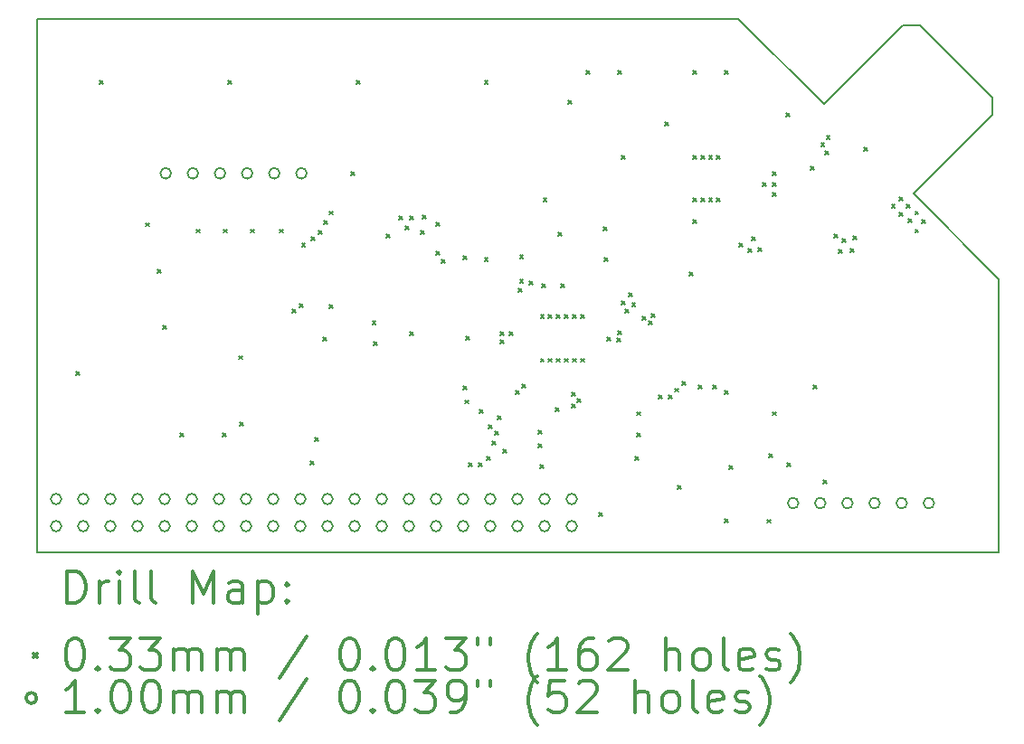
<source format=gbr>
%FSLAX45Y45*%
G04 Gerber Fmt 4.5, Leading zero omitted, Abs format (unit mm)*
G04 Created by KiCad (PCBNEW (5.0.1)-4) date 12/29/18 13:21:50*
%MOMM*%
%LPD*%
G01*
G04 APERTURE LIST*
%ADD10C,0.150000*%
%ADD11C,0.200000*%
%ADD12C,0.300000*%
G04 APERTURE END LIST*
D10*
X9860000Y-3800000D02*
X10600000Y-3060000D01*
X11440000Y-3740000D02*
X10760000Y-3060000D01*
X10600000Y-3060000D02*
X10760000Y-3060000D01*
X11440000Y-3900000D02*
X11440000Y-3740000D01*
X9860000Y-3800000D02*
X9060000Y-3000000D01*
X10700000Y-4640000D02*
X11440000Y-3900000D01*
X11500000Y-5440000D02*
X10700000Y-4640000D01*
X2500000Y-8000000D02*
X2500000Y-3000000D01*
X11500000Y-8000000D02*
X2500000Y-8000000D01*
X11500000Y-5440000D02*
X11500000Y-8000000D01*
X2500000Y-3000000D02*
X9060000Y-3000000D01*
D11*
X2858490Y-6308490D02*
X2891510Y-6341510D01*
X2891510Y-6308490D02*
X2858490Y-6341510D01*
X3083490Y-3583490D02*
X3116510Y-3616510D01*
X3116510Y-3583490D02*
X3083490Y-3616510D01*
X3513490Y-4913490D02*
X3546510Y-4946510D01*
X3546510Y-4913490D02*
X3513490Y-4946510D01*
X3623490Y-5353490D02*
X3656510Y-5386510D01*
X3656510Y-5353490D02*
X3623490Y-5386510D01*
X3673490Y-5873490D02*
X3706510Y-5906510D01*
X3706510Y-5873490D02*
X3673490Y-5906510D01*
X3833490Y-6883490D02*
X3866510Y-6916510D01*
X3866510Y-6883490D02*
X3833490Y-6916510D01*
X3983490Y-4973490D02*
X4016510Y-5006510D01*
X4016510Y-4973490D02*
X3983490Y-5006510D01*
X4233490Y-6883490D02*
X4266510Y-6916510D01*
X4266510Y-6883490D02*
X4233490Y-6916510D01*
X4243490Y-4973490D02*
X4276510Y-5006510D01*
X4276510Y-4973490D02*
X4243490Y-5006510D01*
X4283490Y-3583490D02*
X4316510Y-3616510D01*
X4316510Y-3583490D02*
X4283490Y-3616510D01*
X4383490Y-6158490D02*
X4416510Y-6191510D01*
X4416510Y-6158490D02*
X4383490Y-6191510D01*
X4393480Y-6783490D02*
X4426500Y-6816510D01*
X4426500Y-6783490D02*
X4393480Y-6816510D01*
X4493490Y-4973490D02*
X4526510Y-5006510D01*
X4526510Y-4973490D02*
X4493490Y-5006510D01*
X4763490Y-4973490D02*
X4796510Y-5006510D01*
X4796510Y-4973490D02*
X4763490Y-5006510D01*
X4886434Y-5723782D02*
X4919454Y-5756802D01*
X4919454Y-5723782D02*
X4886434Y-5756802D01*
X4953490Y-5673490D02*
X4986510Y-5706510D01*
X4986510Y-5673490D02*
X4953490Y-5706510D01*
X4973490Y-5103490D02*
X5006510Y-5136510D01*
X5006510Y-5103490D02*
X4973490Y-5136510D01*
X5053490Y-7143490D02*
X5086510Y-7176510D01*
X5086510Y-7143490D02*
X5053490Y-7176510D01*
X5063490Y-5043490D02*
X5096510Y-5076510D01*
X5096510Y-5043490D02*
X5063490Y-5076510D01*
X5093490Y-6923490D02*
X5126510Y-6956510D01*
X5126510Y-6923490D02*
X5093490Y-6956510D01*
X5133490Y-4983490D02*
X5166510Y-5016510D01*
X5166510Y-4983490D02*
X5133490Y-5016510D01*
X5173490Y-5983490D02*
X5206510Y-6016510D01*
X5206510Y-5983490D02*
X5173490Y-6016510D01*
X5183490Y-4893490D02*
X5216510Y-4926510D01*
X5216510Y-4893490D02*
X5183490Y-4926510D01*
X5233490Y-4803490D02*
X5266510Y-4836510D01*
X5266510Y-4803490D02*
X5233490Y-4836510D01*
X5233490Y-5683490D02*
X5266510Y-5716510D01*
X5266510Y-5683490D02*
X5233490Y-5716510D01*
X5433490Y-4433490D02*
X5466510Y-4466510D01*
X5466510Y-4433490D02*
X5433490Y-4466510D01*
X5483490Y-3583490D02*
X5516510Y-3616510D01*
X5516510Y-3583490D02*
X5483490Y-3616510D01*
X5633490Y-5833490D02*
X5666510Y-5866510D01*
X5666510Y-5833490D02*
X5633490Y-5866510D01*
X5643490Y-6023490D02*
X5676510Y-6056510D01*
X5676510Y-6023490D02*
X5643490Y-6056510D01*
X5763490Y-5023020D02*
X5796510Y-5056040D01*
X5796510Y-5023020D02*
X5763490Y-5056040D01*
X5883490Y-4853490D02*
X5916510Y-4886510D01*
X5916510Y-4853490D02*
X5883490Y-4886510D01*
X5943490Y-4943490D02*
X5976510Y-4976510D01*
X5976510Y-4943490D02*
X5943490Y-4976510D01*
X5983490Y-4853490D02*
X6016510Y-4886510D01*
X6016510Y-4853490D02*
X5983490Y-4886510D01*
X5983490Y-5933490D02*
X6016510Y-5966510D01*
X6016510Y-5933490D02*
X5983490Y-5966510D01*
X6083490Y-4983490D02*
X6116510Y-5016510D01*
X6116510Y-4983490D02*
X6083490Y-5016510D01*
X6103490Y-4843490D02*
X6136510Y-4876510D01*
X6136510Y-4843490D02*
X6103490Y-4876510D01*
X6233490Y-4908490D02*
X6266510Y-4941510D01*
X6266510Y-4908490D02*
X6233490Y-4941510D01*
X6233490Y-5183490D02*
X6266510Y-5216510D01*
X6266510Y-5183490D02*
X6233490Y-5216510D01*
X6283490Y-5253490D02*
X6316510Y-5286510D01*
X6316510Y-5253490D02*
X6283490Y-5286510D01*
X6483490Y-5223490D02*
X6516510Y-5256510D01*
X6516510Y-5223490D02*
X6483490Y-5256510D01*
X6483490Y-6443490D02*
X6516510Y-6476510D01*
X6516510Y-6443490D02*
X6483490Y-6476510D01*
X6503490Y-6573490D02*
X6536510Y-6606510D01*
X6536510Y-6573490D02*
X6503490Y-6606510D01*
X6513490Y-5973490D02*
X6546510Y-6006510D01*
X6546510Y-5973490D02*
X6513490Y-6006510D01*
X6533490Y-7163490D02*
X6566510Y-7196510D01*
X6566510Y-7163490D02*
X6533490Y-7196510D01*
X6628519Y-7160640D02*
X6661539Y-7193660D01*
X6661539Y-7160640D02*
X6628519Y-7193660D01*
X6633490Y-6663490D02*
X6666510Y-6696510D01*
X6666510Y-6663490D02*
X6633490Y-6696510D01*
X6683490Y-3583490D02*
X6716510Y-3616510D01*
X6716510Y-3583490D02*
X6683490Y-3616510D01*
X6683490Y-5243490D02*
X6716510Y-5276510D01*
X6716510Y-5243490D02*
X6683490Y-5276510D01*
X6703490Y-7103490D02*
X6736510Y-7136510D01*
X6736510Y-7103490D02*
X6703490Y-7136510D01*
X6723490Y-6803490D02*
X6756510Y-6836510D01*
X6756510Y-6803490D02*
X6723490Y-6836510D01*
X6758490Y-6958490D02*
X6791510Y-6991510D01*
X6791510Y-6958490D02*
X6758490Y-6991510D01*
X6783490Y-6863490D02*
X6816510Y-6896510D01*
X6816510Y-6863490D02*
X6783490Y-6896510D01*
X6803490Y-6723490D02*
X6836510Y-6756510D01*
X6836510Y-6723490D02*
X6803490Y-6756510D01*
X6833490Y-5933490D02*
X6866510Y-5966510D01*
X6866510Y-5933490D02*
X6833490Y-5966510D01*
X6833490Y-6013490D02*
X6866510Y-6046510D01*
X6866510Y-6013490D02*
X6833490Y-6046510D01*
X6858490Y-7033490D02*
X6891510Y-7066510D01*
X6891510Y-7033490D02*
X6858490Y-7066510D01*
X6913490Y-5933490D02*
X6946510Y-5966510D01*
X6946510Y-5933490D02*
X6913490Y-5966510D01*
X6973490Y-6483490D02*
X7006510Y-6516510D01*
X7006510Y-6483490D02*
X6973490Y-6516510D01*
X6998490Y-5529740D02*
X7031510Y-5562760D01*
X7031510Y-5529740D02*
X6998490Y-5562760D01*
X7013490Y-5213490D02*
X7046510Y-5246510D01*
X7046510Y-5213490D02*
X7013490Y-5246510D01*
X7013490Y-5443490D02*
X7046510Y-5476510D01*
X7046510Y-5443490D02*
X7013490Y-5476510D01*
X7033490Y-6423490D02*
X7066510Y-6456510D01*
X7066510Y-6423490D02*
X7033490Y-6456510D01*
X7103490Y-5463490D02*
X7136510Y-5496510D01*
X7136510Y-5463490D02*
X7103490Y-5496510D01*
X7183490Y-6858490D02*
X7216510Y-6891510D01*
X7216510Y-6858490D02*
X7183490Y-6891510D01*
X7183490Y-6983490D02*
X7216510Y-7016510D01*
X7216510Y-6983490D02*
X7183490Y-7016510D01*
X7203490Y-7178490D02*
X7236510Y-7211510D01*
X7236510Y-7178490D02*
X7203490Y-7211510D01*
X7208490Y-5773490D02*
X7241510Y-5806510D01*
X7241510Y-5773490D02*
X7208490Y-5806510D01*
X7208490Y-6183490D02*
X7241510Y-6216510D01*
X7241510Y-6183490D02*
X7208490Y-6216510D01*
X7223490Y-5483490D02*
X7256510Y-5516510D01*
X7256510Y-5483490D02*
X7223490Y-5516510D01*
X7233490Y-4683490D02*
X7266510Y-4716510D01*
X7266510Y-4683490D02*
X7233490Y-4716510D01*
X7283490Y-5773490D02*
X7316510Y-5806510D01*
X7316510Y-5773490D02*
X7283490Y-5806510D01*
X7283490Y-6183490D02*
X7316510Y-6216510D01*
X7316510Y-6183490D02*
X7283490Y-6216510D01*
X7348490Y-6643490D02*
X7381510Y-6676510D01*
X7381510Y-6643490D02*
X7348490Y-6676510D01*
X7358490Y-5773490D02*
X7391510Y-5806510D01*
X7391510Y-5773490D02*
X7358490Y-5806510D01*
X7358490Y-6183490D02*
X7391510Y-6216510D01*
X7391510Y-6183490D02*
X7358490Y-6216510D01*
X7373490Y-5003490D02*
X7406510Y-5036510D01*
X7406510Y-5003490D02*
X7373490Y-5036510D01*
X7399890Y-5482846D02*
X7432910Y-5515866D01*
X7432910Y-5482846D02*
X7399890Y-5515866D01*
X7433490Y-5773490D02*
X7466510Y-5806510D01*
X7466510Y-5773490D02*
X7433490Y-5806510D01*
X7433490Y-6183490D02*
X7466510Y-6216510D01*
X7466510Y-6183490D02*
X7433490Y-6216510D01*
X7463490Y-3763490D02*
X7496510Y-3796510D01*
X7496510Y-3763490D02*
X7463490Y-3796510D01*
X7503490Y-6503490D02*
X7536510Y-6536510D01*
X7536510Y-6503490D02*
X7503490Y-6536510D01*
X7503490Y-6613490D02*
X7536510Y-6646510D01*
X7536510Y-6613490D02*
X7503490Y-6646510D01*
X7508490Y-5773490D02*
X7541510Y-5806510D01*
X7541510Y-5773490D02*
X7508490Y-5806510D01*
X7508490Y-6183490D02*
X7541510Y-6216510D01*
X7541510Y-6183490D02*
X7508490Y-6216510D01*
X7548490Y-6558490D02*
X7581510Y-6591510D01*
X7581510Y-6558490D02*
X7548490Y-6591510D01*
X7583490Y-5773490D02*
X7616510Y-5806510D01*
X7616510Y-5773490D02*
X7583490Y-5806510D01*
X7583490Y-6183490D02*
X7616510Y-6216510D01*
X7616510Y-6183490D02*
X7583490Y-6216510D01*
X7633490Y-3483490D02*
X7666510Y-3516510D01*
X7666510Y-3483490D02*
X7633490Y-3516510D01*
X7756490Y-7624490D02*
X7789510Y-7657510D01*
X7789510Y-7624490D02*
X7756490Y-7657510D01*
X7793490Y-4953490D02*
X7826510Y-4986510D01*
X7826510Y-4953490D02*
X7793490Y-4986510D01*
X7803490Y-5243490D02*
X7836510Y-5276510D01*
X7836510Y-5243490D02*
X7803490Y-5276510D01*
X7833490Y-5983490D02*
X7866510Y-6016510D01*
X7866510Y-5983490D02*
X7833490Y-6016510D01*
X7923490Y-5993490D02*
X7956510Y-6026510D01*
X7956510Y-5993490D02*
X7923490Y-6026510D01*
X7933490Y-3483490D02*
X7966510Y-3516510D01*
X7966510Y-3483490D02*
X7933490Y-3516510D01*
X7933490Y-5923490D02*
X7966510Y-5956510D01*
X7966510Y-5923490D02*
X7933490Y-5956510D01*
X7963490Y-4283490D02*
X7996510Y-4316510D01*
X7996510Y-4283490D02*
X7963490Y-4316510D01*
X7963490Y-5643490D02*
X7996510Y-5676510D01*
X7996510Y-5643490D02*
X7963490Y-5676510D01*
X8003490Y-5723490D02*
X8036510Y-5756510D01*
X8036510Y-5723490D02*
X8003490Y-5756510D01*
X8033490Y-5573490D02*
X8066510Y-5606510D01*
X8066510Y-5573490D02*
X8033490Y-5606510D01*
X8063490Y-5663490D02*
X8096510Y-5696510D01*
X8096510Y-5663490D02*
X8063490Y-5696510D01*
X8093490Y-7103490D02*
X8126510Y-7136510D01*
X8126510Y-7103490D02*
X8093490Y-7136510D01*
X8113490Y-6683490D02*
X8146510Y-6716510D01*
X8146510Y-6683490D02*
X8113490Y-6716510D01*
X8113490Y-6883490D02*
X8146510Y-6916510D01*
X8146510Y-6883490D02*
X8113490Y-6916510D01*
X8163490Y-5793490D02*
X8196510Y-5826510D01*
X8196510Y-5793490D02*
X8163490Y-5826510D01*
X8223490Y-5833490D02*
X8256510Y-5866510D01*
X8256510Y-5833490D02*
X8223490Y-5866510D01*
X8243490Y-5763490D02*
X8276510Y-5796510D01*
X8276510Y-5763490D02*
X8243490Y-5796510D01*
X8313490Y-6523490D02*
X8346510Y-6556510D01*
X8346510Y-6523490D02*
X8313490Y-6556510D01*
X8373490Y-3973490D02*
X8406510Y-4006510D01*
X8406510Y-3973490D02*
X8373490Y-4006510D01*
X8403490Y-6523490D02*
X8436510Y-6556510D01*
X8436510Y-6523490D02*
X8403490Y-6556510D01*
X8463490Y-6463490D02*
X8496510Y-6496510D01*
X8496510Y-6463490D02*
X8463490Y-6496510D01*
X8493490Y-7373490D02*
X8526510Y-7406510D01*
X8526510Y-7373490D02*
X8493490Y-7406510D01*
X8533490Y-6403490D02*
X8566510Y-6436510D01*
X8566510Y-6403490D02*
X8533490Y-6436510D01*
X8598490Y-5373490D02*
X8631510Y-5406510D01*
X8631510Y-5373490D02*
X8598490Y-5406510D01*
X8633490Y-3483490D02*
X8666510Y-3516510D01*
X8666510Y-3483490D02*
X8633490Y-3516510D01*
X8633490Y-4283490D02*
X8666510Y-4316510D01*
X8666510Y-4283490D02*
X8633490Y-4316510D01*
X8633490Y-4683490D02*
X8666510Y-4716510D01*
X8666510Y-4683490D02*
X8633490Y-4716510D01*
X8633490Y-4883490D02*
X8666510Y-4916510D01*
X8666510Y-4883490D02*
X8633490Y-4916510D01*
X8683490Y-6433490D02*
X8716510Y-6466510D01*
X8716510Y-6433490D02*
X8683490Y-6466510D01*
X8708490Y-4283490D02*
X8741510Y-4316510D01*
X8741510Y-4283490D02*
X8708490Y-4316510D01*
X8708490Y-4683490D02*
X8741510Y-4716510D01*
X8741510Y-4683490D02*
X8708490Y-4716510D01*
X8783490Y-4283490D02*
X8816510Y-4316510D01*
X8816510Y-4283490D02*
X8783490Y-4316510D01*
X8783490Y-4683490D02*
X8816510Y-4716510D01*
X8816510Y-4683490D02*
X8783490Y-4716510D01*
X8823490Y-6433490D02*
X8856510Y-6466510D01*
X8856510Y-6433490D02*
X8823490Y-6466510D01*
X8858490Y-4283490D02*
X8891510Y-4316510D01*
X8891510Y-4283490D02*
X8858490Y-4316510D01*
X8858490Y-4683490D02*
X8891510Y-4716510D01*
X8891510Y-4683490D02*
X8858490Y-4716510D01*
X8933490Y-3483490D02*
X8966510Y-3516510D01*
X8966510Y-3483490D02*
X8933490Y-3516510D01*
X8933490Y-6483490D02*
X8966510Y-6516510D01*
X8966510Y-6483490D02*
X8933490Y-6516510D01*
X8933490Y-7683490D02*
X8966510Y-7716510D01*
X8966510Y-7683490D02*
X8933490Y-7716510D01*
X8973490Y-7183490D02*
X9006510Y-7216510D01*
X9006510Y-7183490D02*
X8973490Y-7216510D01*
X9063490Y-5103490D02*
X9096510Y-5136510D01*
X9096510Y-5103490D02*
X9063490Y-5136510D01*
X9153079Y-5153079D02*
X9186099Y-5186099D01*
X9186099Y-5153079D02*
X9153079Y-5186099D01*
X9183490Y-5043490D02*
X9216510Y-5076510D01*
X9216510Y-5043490D02*
X9183490Y-5076510D01*
X9243490Y-5143490D02*
X9276510Y-5176510D01*
X9276510Y-5143490D02*
X9243490Y-5176510D01*
X9283490Y-4533490D02*
X9316510Y-4566510D01*
X9316510Y-4533490D02*
X9283490Y-4566510D01*
X9328490Y-7690990D02*
X9361510Y-7724010D01*
X9361510Y-7690990D02*
X9328490Y-7724010D01*
X9343490Y-7073490D02*
X9376510Y-7106510D01*
X9376510Y-7073490D02*
X9343490Y-7106510D01*
X9383490Y-4433490D02*
X9416510Y-4466510D01*
X9416510Y-4433490D02*
X9383490Y-4466510D01*
X9383490Y-4533490D02*
X9416510Y-4566510D01*
X9416510Y-4533490D02*
X9383490Y-4566510D01*
X9383490Y-4633490D02*
X9416510Y-4666510D01*
X9416510Y-4633490D02*
X9383490Y-4666510D01*
X9383490Y-6683490D02*
X9416510Y-6716510D01*
X9416510Y-6683490D02*
X9383490Y-6716510D01*
X9508490Y-3883490D02*
X9541510Y-3916510D01*
X9541510Y-3883490D02*
X9508490Y-3916510D01*
X9513490Y-7158490D02*
X9546510Y-7191510D01*
X9546510Y-7158490D02*
X9513490Y-7191510D01*
X9733490Y-4383490D02*
X9766510Y-4416510D01*
X9766510Y-4383490D02*
X9733490Y-4416510D01*
X9763490Y-6433490D02*
X9796510Y-6466510D01*
X9796510Y-6433490D02*
X9763490Y-6466510D01*
X9833490Y-4163490D02*
X9866510Y-4196510D01*
X9866510Y-4163490D02*
X9833490Y-4196510D01*
X9855990Y-7323490D02*
X9889010Y-7356510D01*
X9889010Y-7323490D02*
X9855990Y-7356510D01*
X9873490Y-4243490D02*
X9906510Y-4276510D01*
X9906510Y-4243490D02*
X9873490Y-4276510D01*
X9883490Y-4093490D02*
X9916510Y-4126510D01*
X9916510Y-4093490D02*
X9883490Y-4126510D01*
X9953490Y-5023490D02*
X9986510Y-5056510D01*
X9986510Y-5023490D02*
X9953490Y-5056510D01*
X9998490Y-5163490D02*
X10031510Y-5196510D01*
X10031510Y-5163490D02*
X9998490Y-5196510D01*
X10033490Y-5063490D02*
X10066510Y-5096510D01*
X10066510Y-5063490D02*
X10033490Y-5096510D01*
X10108490Y-5158490D02*
X10141510Y-5191510D01*
X10141510Y-5158490D02*
X10108490Y-5191510D01*
X10133490Y-5033490D02*
X10166510Y-5066510D01*
X10166510Y-5033490D02*
X10133490Y-5066510D01*
X10233490Y-4203490D02*
X10266510Y-4236510D01*
X10266510Y-4203490D02*
X10233490Y-4236510D01*
X10493490Y-4743490D02*
X10526510Y-4776510D01*
X10526510Y-4743490D02*
X10493490Y-4776510D01*
X10563490Y-4673490D02*
X10596510Y-4706510D01*
X10596510Y-4673490D02*
X10563490Y-4706510D01*
X10563490Y-4813490D02*
X10596510Y-4846510D01*
X10596510Y-4813490D02*
X10563490Y-4846510D01*
X10633490Y-4743490D02*
X10666510Y-4776510D01*
X10666510Y-4743490D02*
X10633490Y-4776510D01*
X10653490Y-4873490D02*
X10686510Y-4906510D01*
X10686510Y-4873490D02*
X10653490Y-4906510D01*
X10713490Y-4803490D02*
X10746510Y-4836510D01*
X10746510Y-4803490D02*
X10713490Y-4836510D01*
X10713490Y-4973490D02*
X10746510Y-5006510D01*
X10746510Y-4973490D02*
X10713490Y-5006510D01*
X10773490Y-4883490D02*
X10806510Y-4916510D01*
X10806510Y-4883490D02*
X10773490Y-4916510D01*
X3750000Y-4450000D02*
G75*
G03X3750000Y-4450000I-50000J0D01*
G01*
X4004000Y-4450000D02*
G75*
G03X4004000Y-4450000I-50000J0D01*
G01*
X4258000Y-4450000D02*
G75*
G03X4258000Y-4450000I-50000J0D01*
G01*
X4512000Y-4450000D02*
G75*
G03X4512000Y-4450000I-50000J0D01*
G01*
X4766000Y-4450000D02*
G75*
G03X4766000Y-4450000I-50000J0D01*
G01*
X5020000Y-4450000D02*
G75*
G03X5020000Y-4450000I-50000J0D01*
G01*
X9623000Y-7538000D02*
G75*
G03X9623000Y-7538000I-50000J0D01*
G01*
X9877000Y-7538000D02*
G75*
G03X9877000Y-7538000I-50000J0D01*
G01*
X10131000Y-7538000D02*
G75*
G03X10131000Y-7538000I-50000J0D01*
G01*
X10385000Y-7538000D02*
G75*
G03X10385000Y-7538000I-50000J0D01*
G01*
X10639000Y-7538000D02*
G75*
G03X10639000Y-7538000I-50000J0D01*
G01*
X10893000Y-7538000D02*
G75*
G03X10893000Y-7538000I-50000J0D01*
G01*
X2724000Y-7500000D02*
G75*
G03X2724000Y-7500000I-50000J0D01*
G01*
X2724000Y-7754000D02*
G75*
G03X2724000Y-7754000I-50000J0D01*
G01*
X2978000Y-7500000D02*
G75*
G03X2978000Y-7500000I-50000J0D01*
G01*
X2978000Y-7754000D02*
G75*
G03X2978000Y-7754000I-50000J0D01*
G01*
X3232000Y-7500000D02*
G75*
G03X3232000Y-7500000I-50000J0D01*
G01*
X3232000Y-7754000D02*
G75*
G03X3232000Y-7754000I-50000J0D01*
G01*
X3486000Y-7500000D02*
G75*
G03X3486000Y-7500000I-50000J0D01*
G01*
X3486000Y-7754000D02*
G75*
G03X3486000Y-7754000I-50000J0D01*
G01*
X3740000Y-7500000D02*
G75*
G03X3740000Y-7500000I-50000J0D01*
G01*
X3740000Y-7754000D02*
G75*
G03X3740000Y-7754000I-50000J0D01*
G01*
X3994000Y-7500000D02*
G75*
G03X3994000Y-7500000I-50000J0D01*
G01*
X3994000Y-7754000D02*
G75*
G03X3994000Y-7754000I-50000J0D01*
G01*
X4248000Y-7500000D02*
G75*
G03X4248000Y-7500000I-50000J0D01*
G01*
X4248000Y-7754000D02*
G75*
G03X4248000Y-7754000I-50000J0D01*
G01*
X4502000Y-7500000D02*
G75*
G03X4502000Y-7500000I-50000J0D01*
G01*
X4502000Y-7754000D02*
G75*
G03X4502000Y-7754000I-50000J0D01*
G01*
X4756000Y-7500000D02*
G75*
G03X4756000Y-7500000I-50000J0D01*
G01*
X4756000Y-7754000D02*
G75*
G03X4756000Y-7754000I-50000J0D01*
G01*
X5010000Y-7500000D02*
G75*
G03X5010000Y-7500000I-50000J0D01*
G01*
X5010000Y-7754000D02*
G75*
G03X5010000Y-7754000I-50000J0D01*
G01*
X5264000Y-7500000D02*
G75*
G03X5264000Y-7500000I-50000J0D01*
G01*
X5264000Y-7754000D02*
G75*
G03X5264000Y-7754000I-50000J0D01*
G01*
X5518000Y-7500000D02*
G75*
G03X5518000Y-7500000I-50000J0D01*
G01*
X5518000Y-7754000D02*
G75*
G03X5518000Y-7754000I-50000J0D01*
G01*
X5772000Y-7500000D02*
G75*
G03X5772000Y-7500000I-50000J0D01*
G01*
X5772000Y-7754000D02*
G75*
G03X5772000Y-7754000I-50000J0D01*
G01*
X6026000Y-7500000D02*
G75*
G03X6026000Y-7500000I-50000J0D01*
G01*
X6026000Y-7754000D02*
G75*
G03X6026000Y-7754000I-50000J0D01*
G01*
X6280000Y-7500000D02*
G75*
G03X6280000Y-7500000I-50000J0D01*
G01*
X6280000Y-7754000D02*
G75*
G03X6280000Y-7754000I-50000J0D01*
G01*
X6534000Y-7500000D02*
G75*
G03X6534000Y-7500000I-50000J0D01*
G01*
X6534000Y-7754000D02*
G75*
G03X6534000Y-7754000I-50000J0D01*
G01*
X6788000Y-7500000D02*
G75*
G03X6788000Y-7500000I-50000J0D01*
G01*
X6788000Y-7754000D02*
G75*
G03X6788000Y-7754000I-50000J0D01*
G01*
X7042000Y-7500000D02*
G75*
G03X7042000Y-7500000I-50000J0D01*
G01*
X7042000Y-7754000D02*
G75*
G03X7042000Y-7754000I-50000J0D01*
G01*
X7296000Y-7500000D02*
G75*
G03X7296000Y-7500000I-50000J0D01*
G01*
X7296000Y-7754000D02*
G75*
G03X7296000Y-7754000I-50000J0D01*
G01*
X7550000Y-7500000D02*
G75*
G03X7550000Y-7500000I-50000J0D01*
G01*
X7550000Y-7754000D02*
G75*
G03X7550000Y-7754000I-50000J0D01*
G01*
D12*
X2778928Y-8473214D02*
X2778928Y-8173214D01*
X2850357Y-8173214D01*
X2893214Y-8187500D01*
X2921786Y-8216071D01*
X2936071Y-8244643D01*
X2950357Y-8301786D01*
X2950357Y-8344643D01*
X2936071Y-8401786D01*
X2921786Y-8430357D01*
X2893214Y-8458929D01*
X2850357Y-8473214D01*
X2778928Y-8473214D01*
X3078928Y-8473214D02*
X3078928Y-8273214D01*
X3078928Y-8330357D02*
X3093214Y-8301786D01*
X3107500Y-8287500D01*
X3136071Y-8273214D01*
X3164643Y-8273214D01*
X3264643Y-8473214D02*
X3264643Y-8273214D01*
X3264643Y-8173214D02*
X3250357Y-8187500D01*
X3264643Y-8201786D01*
X3278928Y-8187500D01*
X3264643Y-8173214D01*
X3264643Y-8201786D01*
X3450357Y-8473214D02*
X3421786Y-8458929D01*
X3407500Y-8430357D01*
X3407500Y-8173214D01*
X3607500Y-8473214D02*
X3578928Y-8458929D01*
X3564643Y-8430357D01*
X3564643Y-8173214D01*
X3950357Y-8473214D02*
X3950357Y-8173214D01*
X4050357Y-8387500D01*
X4150357Y-8173214D01*
X4150357Y-8473214D01*
X4421786Y-8473214D02*
X4421786Y-8316071D01*
X4407500Y-8287500D01*
X4378928Y-8273214D01*
X4321786Y-8273214D01*
X4293214Y-8287500D01*
X4421786Y-8458929D02*
X4393214Y-8473214D01*
X4321786Y-8473214D01*
X4293214Y-8458929D01*
X4278928Y-8430357D01*
X4278928Y-8401786D01*
X4293214Y-8373214D01*
X4321786Y-8358929D01*
X4393214Y-8358929D01*
X4421786Y-8344643D01*
X4564643Y-8273214D02*
X4564643Y-8573214D01*
X4564643Y-8287500D02*
X4593214Y-8273214D01*
X4650357Y-8273214D01*
X4678928Y-8287500D01*
X4693214Y-8301786D01*
X4707500Y-8330357D01*
X4707500Y-8416072D01*
X4693214Y-8444643D01*
X4678928Y-8458929D01*
X4650357Y-8473214D01*
X4593214Y-8473214D01*
X4564643Y-8458929D01*
X4836071Y-8444643D02*
X4850357Y-8458929D01*
X4836071Y-8473214D01*
X4821786Y-8458929D01*
X4836071Y-8444643D01*
X4836071Y-8473214D01*
X4836071Y-8287500D02*
X4850357Y-8301786D01*
X4836071Y-8316071D01*
X4821786Y-8301786D01*
X4836071Y-8287500D01*
X4836071Y-8316071D01*
X2459480Y-8950990D02*
X2492500Y-8984010D01*
X2492500Y-8950990D02*
X2459480Y-8984010D01*
X2836071Y-8803214D02*
X2864643Y-8803214D01*
X2893214Y-8817500D01*
X2907500Y-8831786D01*
X2921786Y-8860357D01*
X2936071Y-8917500D01*
X2936071Y-8988929D01*
X2921786Y-9046072D01*
X2907500Y-9074643D01*
X2893214Y-9088929D01*
X2864643Y-9103214D01*
X2836071Y-9103214D01*
X2807500Y-9088929D01*
X2793214Y-9074643D01*
X2778928Y-9046072D01*
X2764643Y-8988929D01*
X2764643Y-8917500D01*
X2778928Y-8860357D01*
X2793214Y-8831786D01*
X2807500Y-8817500D01*
X2836071Y-8803214D01*
X3064643Y-9074643D02*
X3078928Y-9088929D01*
X3064643Y-9103214D01*
X3050357Y-9088929D01*
X3064643Y-9074643D01*
X3064643Y-9103214D01*
X3178928Y-8803214D02*
X3364643Y-8803214D01*
X3264643Y-8917500D01*
X3307500Y-8917500D01*
X3336071Y-8931786D01*
X3350357Y-8946072D01*
X3364643Y-8974643D01*
X3364643Y-9046072D01*
X3350357Y-9074643D01*
X3336071Y-9088929D01*
X3307500Y-9103214D01*
X3221786Y-9103214D01*
X3193214Y-9088929D01*
X3178928Y-9074643D01*
X3464643Y-8803214D02*
X3650357Y-8803214D01*
X3550357Y-8917500D01*
X3593214Y-8917500D01*
X3621786Y-8931786D01*
X3636071Y-8946072D01*
X3650357Y-8974643D01*
X3650357Y-9046072D01*
X3636071Y-9074643D01*
X3621786Y-9088929D01*
X3593214Y-9103214D01*
X3507500Y-9103214D01*
X3478928Y-9088929D01*
X3464643Y-9074643D01*
X3778928Y-9103214D02*
X3778928Y-8903214D01*
X3778928Y-8931786D02*
X3793214Y-8917500D01*
X3821786Y-8903214D01*
X3864643Y-8903214D01*
X3893214Y-8917500D01*
X3907500Y-8946072D01*
X3907500Y-9103214D01*
X3907500Y-8946072D02*
X3921786Y-8917500D01*
X3950357Y-8903214D01*
X3993214Y-8903214D01*
X4021786Y-8917500D01*
X4036071Y-8946072D01*
X4036071Y-9103214D01*
X4178928Y-9103214D02*
X4178928Y-8903214D01*
X4178928Y-8931786D02*
X4193214Y-8917500D01*
X4221786Y-8903214D01*
X4264643Y-8903214D01*
X4293214Y-8917500D01*
X4307500Y-8946072D01*
X4307500Y-9103214D01*
X4307500Y-8946072D02*
X4321786Y-8917500D01*
X4350357Y-8903214D01*
X4393214Y-8903214D01*
X4421786Y-8917500D01*
X4436071Y-8946072D01*
X4436071Y-9103214D01*
X5021786Y-8788929D02*
X4764643Y-9174643D01*
X5407500Y-8803214D02*
X5436071Y-8803214D01*
X5464643Y-8817500D01*
X5478928Y-8831786D01*
X5493214Y-8860357D01*
X5507500Y-8917500D01*
X5507500Y-8988929D01*
X5493214Y-9046072D01*
X5478928Y-9074643D01*
X5464643Y-9088929D01*
X5436071Y-9103214D01*
X5407500Y-9103214D01*
X5378928Y-9088929D01*
X5364643Y-9074643D01*
X5350357Y-9046072D01*
X5336071Y-8988929D01*
X5336071Y-8917500D01*
X5350357Y-8860357D01*
X5364643Y-8831786D01*
X5378928Y-8817500D01*
X5407500Y-8803214D01*
X5636071Y-9074643D02*
X5650357Y-9088929D01*
X5636071Y-9103214D01*
X5621786Y-9088929D01*
X5636071Y-9074643D01*
X5636071Y-9103214D01*
X5836071Y-8803214D02*
X5864643Y-8803214D01*
X5893214Y-8817500D01*
X5907500Y-8831786D01*
X5921786Y-8860357D01*
X5936071Y-8917500D01*
X5936071Y-8988929D01*
X5921786Y-9046072D01*
X5907500Y-9074643D01*
X5893214Y-9088929D01*
X5864643Y-9103214D01*
X5836071Y-9103214D01*
X5807500Y-9088929D01*
X5793214Y-9074643D01*
X5778928Y-9046072D01*
X5764643Y-8988929D01*
X5764643Y-8917500D01*
X5778928Y-8860357D01*
X5793214Y-8831786D01*
X5807500Y-8817500D01*
X5836071Y-8803214D01*
X6221786Y-9103214D02*
X6050357Y-9103214D01*
X6136071Y-9103214D02*
X6136071Y-8803214D01*
X6107500Y-8846072D01*
X6078928Y-8874643D01*
X6050357Y-8888929D01*
X6321786Y-8803214D02*
X6507500Y-8803214D01*
X6407500Y-8917500D01*
X6450357Y-8917500D01*
X6478928Y-8931786D01*
X6493214Y-8946072D01*
X6507500Y-8974643D01*
X6507500Y-9046072D01*
X6493214Y-9074643D01*
X6478928Y-9088929D01*
X6450357Y-9103214D01*
X6364643Y-9103214D01*
X6336071Y-9088929D01*
X6321786Y-9074643D01*
X6621786Y-8803214D02*
X6621786Y-8860357D01*
X6736071Y-8803214D02*
X6736071Y-8860357D01*
X7178928Y-9217500D02*
X7164643Y-9203214D01*
X7136071Y-9160357D01*
X7121786Y-9131786D01*
X7107500Y-9088929D01*
X7093214Y-9017500D01*
X7093214Y-8960357D01*
X7107500Y-8888929D01*
X7121786Y-8846072D01*
X7136071Y-8817500D01*
X7164643Y-8774643D01*
X7178928Y-8760357D01*
X7450357Y-9103214D02*
X7278928Y-9103214D01*
X7364643Y-9103214D02*
X7364643Y-8803214D01*
X7336071Y-8846072D01*
X7307500Y-8874643D01*
X7278928Y-8888929D01*
X7707500Y-8803214D02*
X7650357Y-8803214D01*
X7621786Y-8817500D01*
X7607500Y-8831786D01*
X7578928Y-8874643D01*
X7564643Y-8931786D01*
X7564643Y-9046072D01*
X7578928Y-9074643D01*
X7593214Y-9088929D01*
X7621786Y-9103214D01*
X7678928Y-9103214D01*
X7707500Y-9088929D01*
X7721786Y-9074643D01*
X7736071Y-9046072D01*
X7736071Y-8974643D01*
X7721786Y-8946072D01*
X7707500Y-8931786D01*
X7678928Y-8917500D01*
X7621786Y-8917500D01*
X7593214Y-8931786D01*
X7578928Y-8946072D01*
X7564643Y-8974643D01*
X7850357Y-8831786D02*
X7864643Y-8817500D01*
X7893214Y-8803214D01*
X7964643Y-8803214D01*
X7993214Y-8817500D01*
X8007500Y-8831786D01*
X8021786Y-8860357D01*
X8021786Y-8888929D01*
X8007500Y-8931786D01*
X7836071Y-9103214D01*
X8021786Y-9103214D01*
X8378928Y-9103214D02*
X8378928Y-8803214D01*
X8507500Y-9103214D02*
X8507500Y-8946072D01*
X8493214Y-8917500D01*
X8464643Y-8903214D01*
X8421786Y-8903214D01*
X8393214Y-8917500D01*
X8378928Y-8931786D01*
X8693214Y-9103214D02*
X8664643Y-9088929D01*
X8650357Y-9074643D01*
X8636071Y-9046072D01*
X8636071Y-8960357D01*
X8650357Y-8931786D01*
X8664643Y-8917500D01*
X8693214Y-8903214D01*
X8736071Y-8903214D01*
X8764643Y-8917500D01*
X8778928Y-8931786D01*
X8793214Y-8960357D01*
X8793214Y-9046072D01*
X8778928Y-9074643D01*
X8764643Y-9088929D01*
X8736071Y-9103214D01*
X8693214Y-9103214D01*
X8964643Y-9103214D02*
X8936071Y-9088929D01*
X8921786Y-9060357D01*
X8921786Y-8803214D01*
X9193214Y-9088929D02*
X9164643Y-9103214D01*
X9107500Y-9103214D01*
X9078928Y-9088929D01*
X9064643Y-9060357D01*
X9064643Y-8946072D01*
X9078928Y-8917500D01*
X9107500Y-8903214D01*
X9164643Y-8903214D01*
X9193214Y-8917500D01*
X9207500Y-8946072D01*
X9207500Y-8974643D01*
X9064643Y-9003214D01*
X9321786Y-9088929D02*
X9350357Y-9103214D01*
X9407500Y-9103214D01*
X9436071Y-9088929D01*
X9450357Y-9060357D01*
X9450357Y-9046072D01*
X9436071Y-9017500D01*
X9407500Y-9003214D01*
X9364643Y-9003214D01*
X9336071Y-8988929D01*
X9321786Y-8960357D01*
X9321786Y-8946072D01*
X9336071Y-8917500D01*
X9364643Y-8903214D01*
X9407500Y-8903214D01*
X9436071Y-8917500D01*
X9550357Y-9217500D02*
X9564643Y-9203214D01*
X9593214Y-9160357D01*
X9607500Y-9131786D01*
X9621786Y-9088929D01*
X9636071Y-9017500D01*
X9636071Y-8960357D01*
X9621786Y-8888929D01*
X9607500Y-8846072D01*
X9593214Y-8817500D01*
X9564643Y-8774643D01*
X9550357Y-8760357D01*
X2492500Y-9363500D02*
G75*
G03X2492500Y-9363500I-50000J0D01*
G01*
X2936071Y-9499214D02*
X2764643Y-9499214D01*
X2850357Y-9499214D02*
X2850357Y-9199214D01*
X2821786Y-9242072D01*
X2793214Y-9270643D01*
X2764643Y-9284929D01*
X3064643Y-9470643D02*
X3078928Y-9484929D01*
X3064643Y-9499214D01*
X3050357Y-9484929D01*
X3064643Y-9470643D01*
X3064643Y-9499214D01*
X3264643Y-9199214D02*
X3293214Y-9199214D01*
X3321786Y-9213500D01*
X3336071Y-9227786D01*
X3350357Y-9256357D01*
X3364643Y-9313500D01*
X3364643Y-9384929D01*
X3350357Y-9442072D01*
X3336071Y-9470643D01*
X3321786Y-9484929D01*
X3293214Y-9499214D01*
X3264643Y-9499214D01*
X3236071Y-9484929D01*
X3221786Y-9470643D01*
X3207500Y-9442072D01*
X3193214Y-9384929D01*
X3193214Y-9313500D01*
X3207500Y-9256357D01*
X3221786Y-9227786D01*
X3236071Y-9213500D01*
X3264643Y-9199214D01*
X3550357Y-9199214D02*
X3578928Y-9199214D01*
X3607500Y-9213500D01*
X3621786Y-9227786D01*
X3636071Y-9256357D01*
X3650357Y-9313500D01*
X3650357Y-9384929D01*
X3636071Y-9442072D01*
X3621786Y-9470643D01*
X3607500Y-9484929D01*
X3578928Y-9499214D01*
X3550357Y-9499214D01*
X3521786Y-9484929D01*
X3507500Y-9470643D01*
X3493214Y-9442072D01*
X3478928Y-9384929D01*
X3478928Y-9313500D01*
X3493214Y-9256357D01*
X3507500Y-9227786D01*
X3521786Y-9213500D01*
X3550357Y-9199214D01*
X3778928Y-9499214D02*
X3778928Y-9299214D01*
X3778928Y-9327786D02*
X3793214Y-9313500D01*
X3821786Y-9299214D01*
X3864643Y-9299214D01*
X3893214Y-9313500D01*
X3907500Y-9342072D01*
X3907500Y-9499214D01*
X3907500Y-9342072D02*
X3921786Y-9313500D01*
X3950357Y-9299214D01*
X3993214Y-9299214D01*
X4021786Y-9313500D01*
X4036071Y-9342072D01*
X4036071Y-9499214D01*
X4178928Y-9499214D02*
X4178928Y-9299214D01*
X4178928Y-9327786D02*
X4193214Y-9313500D01*
X4221786Y-9299214D01*
X4264643Y-9299214D01*
X4293214Y-9313500D01*
X4307500Y-9342072D01*
X4307500Y-9499214D01*
X4307500Y-9342072D02*
X4321786Y-9313500D01*
X4350357Y-9299214D01*
X4393214Y-9299214D01*
X4421786Y-9313500D01*
X4436071Y-9342072D01*
X4436071Y-9499214D01*
X5021786Y-9184929D02*
X4764643Y-9570643D01*
X5407500Y-9199214D02*
X5436071Y-9199214D01*
X5464643Y-9213500D01*
X5478928Y-9227786D01*
X5493214Y-9256357D01*
X5507500Y-9313500D01*
X5507500Y-9384929D01*
X5493214Y-9442072D01*
X5478928Y-9470643D01*
X5464643Y-9484929D01*
X5436071Y-9499214D01*
X5407500Y-9499214D01*
X5378928Y-9484929D01*
X5364643Y-9470643D01*
X5350357Y-9442072D01*
X5336071Y-9384929D01*
X5336071Y-9313500D01*
X5350357Y-9256357D01*
X5364643Y-9227786D01*
X5378928Y-9213500D01*
X5407500Y-9199214D01*
X5636071Y-9470643D02*
X5650357Y-9484929D01*
X5636071Y-9499214D01*
X5621786Y-9484929D01*
X5636071Y-9470643D01*
X5636071Y-9499214D01*
X5836071Y-9199214D02*
X5864643Y-9199214D01*
X5893214Y-9213500D01*
X5907500Y-9227786D01*
X5921786Y-9256357D01*
X5936071Y-9313500D01*
X5936071Y-9384929D01*
X5921786Y-9442072D01*
X5907500Y-9470643D01*
X5893214Y-9484929D01*
X5864643Y-9499214D01*
X5836071Y-9499214D01*
X5807500Y-9484929D01*
X5793214Y-9470643D01*
X5778928Y-9442072D01*
X5764643Y-9384929D01*
X5764643Y-9313500D01*
X5778928Y-9256357D01*
X5793214Y-9227786D01*
X5807500Y-9213500D01*
X5836071Y-9199214D01*
X6036071Y-9199214D02*
X6221786Y-9199214D01*
X6121786Y-9313500D01*
X6164643Y-9313500D01*
X6193214Y-9327786D01*
X6207500Y-9342072D01*
X6221786Y-9370643D01*
X6221786Y-9442072D01*
X6207500Y-9470643D01*
X6193214Y-9484929D01*
X6164643Y-9499214D01*
X6078928Y-9499214D01*
X6050357Y-9484929D01*
X6036071Y-9470643D01*
X6364643Y-9499214D02*
X6421786Y-9499214D01*
X6450357Y-9484929D01*
X6464643Y-9470643D01*
X6493214Y-9427786D01*
X6507500Y-9370643D01*
X6507500Y-9256357D01*
X6493214Y-9227786D01*
X6478928Y-9213500D01*
X6450357Y-9199214D01*
X6393214Y-9199214D01*
X6364643Y-9213500D01*
X6350357Y-9227786D01*
X6336071Y-9256357D01*
X6336071Y-9327786D01*
X6350357Y-9356357D01*
X6364643Y-9370643D01*
X6393214Y-9384929D01*
X6450357Y-9384929D01*
X6478928Y-9370643D01*
X6493214Y-9356357D01*
X6507500Y-9327786D01*
X6621786Y-9199214D02*
X6621786Y-9256357D01*
X6736071Y-9199214D02*
X6736071Y-9256357D01*
X7178928Y-9613500D02*
X7164643Y-9599214D01*
X7136071Y-9556357D01*
X7121786Y-9527786D01*
X7107500Y-9484929D01*
X7093214Y-9413500D01*
X7093214Y-9356357D01*
X7107500Y-9284929D01*
X7121786Y-9242072D01*
X7136071Y-9213500D01*
X7164643Y-9170643D01*
X7178928Y-9156357D01*
X7436071Y-9199214D02*
X7293214Y-9199214D01*
X7278928Y-9342072D01*
X7293214Y-9327786D01*
X7321786Y-9313500D01*
X7393214Y-9313500D01*
X7421786Y-9327786D01*
X7436071Y-9342072D01*
X7450357Y-9370643D01*
X7450357Y-9442072D01*
X7436071Y-9470643D01*
X7421786Y-9484929D01*
X7393214Y-9499214D01*
X7321786Y-9499214D01*
X7293214Y-9484929D01*
X7278928Y-9470643D01*
X7564643Y-9227786D02*
X7578928Y-9213500D01*
X7607500Y-9199214D01*
X7678928Y-9199214D01*
X7707500Y-9213500D01*
X7721786Y-9227786D01*
X7736071Y-9256357D01*
X7736071Y-9284929D01*
X7721786Y-9327786D01*
X7550357Y-9499214D01*
X7736071Y-9499214D01*
X8093214Y-9499214D02*
X8093214Y-9199214D01*
X8221786Y-9499214D02*
X8221786Y-9342072D01*
X8207500Y-9313500D01*
X8178928Y-9299214D01*
X8136071Y-9299214D01*
X8107500Y-9313500D01*
X8093214Y-9327786D01*
X8407500Y-9499214D02*
X8378928Y-9484929D01*
X8364643Y-9470643D01*
X8350357Y-9442072D01*
X8350357Y-9356357D01*
X8364643Y-9327786D01*
X8378928Y-9313500D01*
X8407500Y-9299214D01*
X8450357Y-9299214D01*
X8478928Y-9313500D01*
X8493214Y-9327786D01*
X8507500Y-9356357D01*
X8507500Y-9442072D01*
X8493214Y-9470643D01*
X8478928Y-9484929D01*
X8450357Y-9499214D01*
X8407500Y-9499214D01*
X8678928Y-9499214D02*
X8650357Y-9484929D01*
X8636071Y-9456357D01*
X8636071Y-9199214D01*
X8907500Y-9484929D02*
X8878928Y-9499214D01*
X8821786Y-9499214D01*
X8793214Y-9484929D01*
X8778928Y-9456357D01*
X8778928Y-9342072D01*
X8793214Y-9313500D01*
X8821786Y-9299214D01*
X8878928Y-9299214D01*
X8907500Y-9313500D01*
X8921786Y-9342072D01*
X8921786Y-9370643D01*
X8778928Y-9399214D01*
X9036071Y-9484929D02*
X9064643Y-9499214D01*
X9121786Y-9499214D01*
X9150357Y-9484929D01*
X9164643Y-9456357D01*
X9164643Y-9442072D01*
X9150357Y-9413500D01*
X9121786Y-9399214D01*
X9078928Y-9399214D01*
X9050357Y-9384929D01*
X9036071Y-9356357D01*
X9036071Y-9342072D01*
X9050357Y-9313500D01*
X9078928Y-9299214D01*
X9121786Y-9299214D01*
X9150357Y-9313500D01*
X9264643Y-9613500D02*
X9278928Y-9599214D01*
X9307500Y-9556357D01*
X9321786Y-9527786D01*
X9336071Y-9484929D01*
X9350357Y-9413500D01*
X9350357Y-9356357D01*
X9336071Y-9284929D01*
X9321786Y-9242072D01*
X9307500Y-9213500D01*
X9278928Y-9170643D01*
X9264643Y-9156357D01*
M02*

</source>
